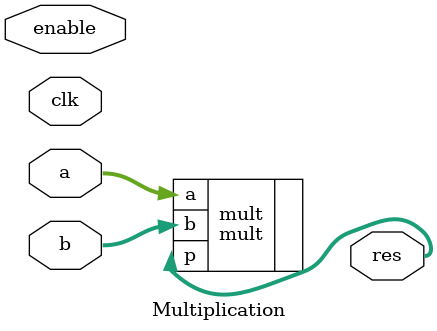
<source format=v>
`timescale 1ns / 1ps
module Multiplication #(parameter nBits=32)(
	input clk,
	input [nBits-1:0]a,b,
	input enable,
	output [nBits-1:0]res
    );
	
	wire [nBits-1:0]res1;
	
	mult mult (
	  //.clk(clk), // input clk
	  .a(a[nBits-1:0]), // input [30 : 0] a
	  .b(b[nBits-1:0]), // input [30 : 0] b
	  .p(res[nBits-1:0]) // output [30 : 0] p
	);
	
	
	//xor(res[nBits-1],a[nBits-1],b[nBits-1]);
	

endmodule

</source>
